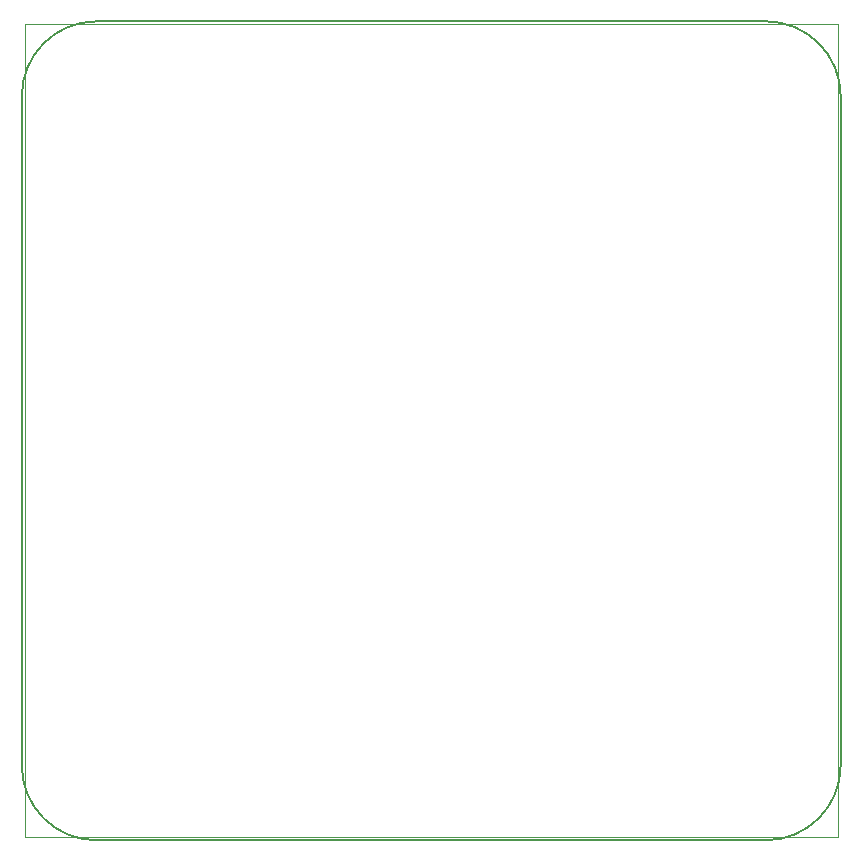
<source format=gbr>
%TF.GenerationSoftware,KiCad,Pcbnew,7.0.9*%
%TF.CreationDate,2024-12-03T14:46:30-06:00*%
%TF.ProjectId,GVH_TouchPad,4756485f-546f-4756-9368-5061642e6b69,v0.1*%
%TF.SameCoordinates,Original*%
%TF.FileFunction,Profile,NP*%
%FSLAX46Y46*%
G04 Gerber Fmt 4.6, Leading zero omitted, Abs format (unit mm)*
G04 Created by KiCad (PCBNEW 7.0.9) date 2024-12-03 14:46:30*
%MOMM*%
%LPD*%
G01*
G04 APERTURE LIST*
%TA.AperFunction,Profile*%
%ADD10C,0.100000*%
%TD*%
%TA.AperFunction,Profile*%
%ADD11C,0.200000*%
%TD*%
G04 APERTURE END LIST*
D10*
X101600000Y-50800000D02*
X170434000Y-50800000D01*
X170434000Y-119634000D01*
X101600000Y-119634000D01*
X101600000Y-50800000D01*
D11*
X107696000Y-119888000D02*
X164338000Y-119888000D01*
X101346000Y-113538000D02*
G75*
G03*
X107696000Y-119888000I6350000J0D01*
G01*
X101346000Y-56896000D02*
X101346000Y-113538000D01*
X107696000Y-50546000D02*
G75*
G03*
X101346000Y-56896000I0J-6350000D01*
G01*
X164338000Y-50546000D02*
X107696000Y-50546000D01*
X170688000Y-56896000D02*
G75*
G03*
X164338000Y-50546000I-6350000J0D01*
G01*
X170688000Y-113538000D02*
X170688000Y-56896000D01*
X164338000Y-119888000D02*
G75*
G03*
X170688000Y-113538000I0J6350000D01*
G01*
M02*

</source>
